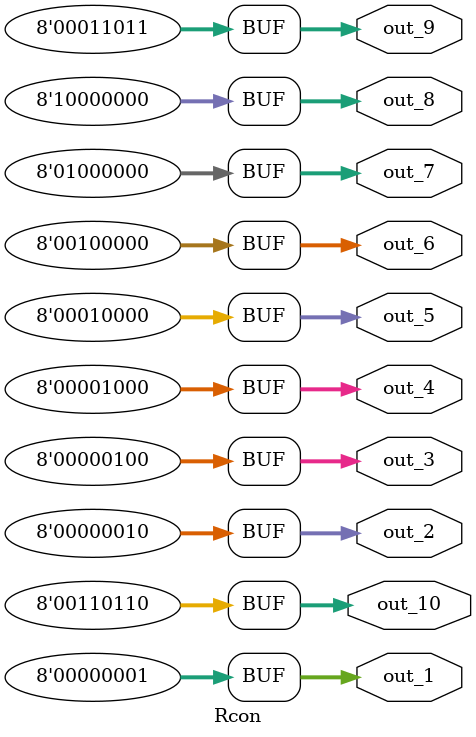
<source format=v>
module Rcon (
    output wire [7:0] out_1,
    output wire [7:0] out_2,
    output wire [7:0] out_3,
    output wire [7:0] out_4,
    output wire [7:0] out_5,
    output wire [7:0] out_6,
    output wire [7:0] out_7,
    output wire [7:0] out_8,
    output wire [7:0] out_9,
    output wire [7:0] out_10
); 

assign out_1  = 8'h01 ;
assign out_2  = 8'h02 ;
assign out_3  = 8'h04 ;
assign out_4  = 8'h08 ;
assign out_5  = 8'h10 ;
assign out_6  = 8'h20 ;
assign out_7  = 8'h40 ;
assign out_8  = 8'h80 ;
assign out_9  = 8'h1b ;
assign out_10 = 8'h36 ;

endmodule
</source>
